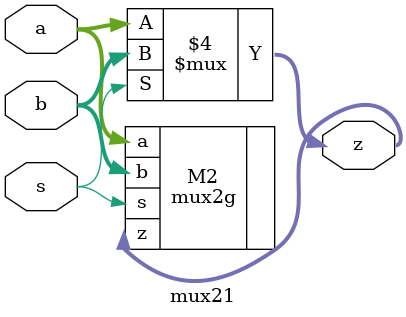
<source format=v>
`timescale 1ns / 1ps

module mux21(
    input wire [3:0] a,
    input wire [3:0] b,
    input wire s,
    output reg [3:0] z
    );

	always @(*)
		if (s == 0)
			z = a;
		else
			z = b;
			
	mux2g
	M2 (.a(a), .b(b), .s(s), .z(z));
endmodule

</source>
